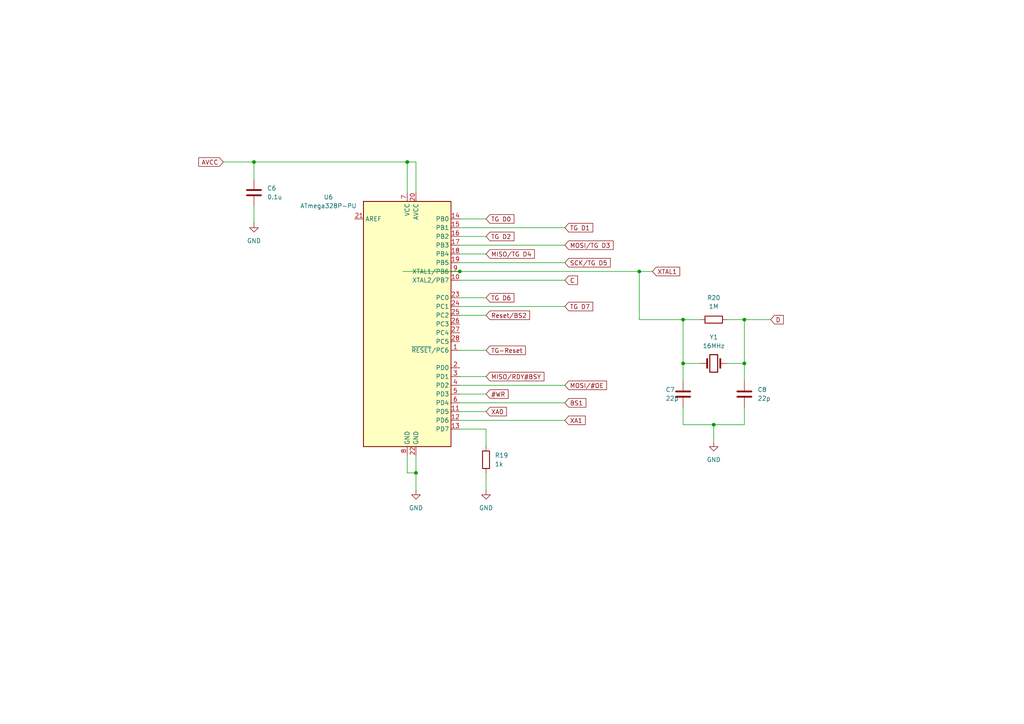
<source format=kicad_sch>
(kicad_sch (version 20231120) (generator "eeschema") (generator_version "8.0")
  (paper "A4")
  (lib_symbols
    (symbol "Device:C" (pin_numbers hide) (pin_names (offset 0.254))
      (property "Reference" "C" (at 0.635 2.54 0))
      (property "Value" "C" (at 0.635 -2.54 0))
      (symbol "C_0_1"
        (polyline (pts (xy -2.032 -0.762) (xy 2.032 -0.762)) (stroke (width 0.508)))
        (polyline (pts (xy -2.032 0.762) (xy 2.032 0.762)) (stroke (width 0.508)))
      )
      (symbol "C_1_1"
        (pin passive line (at 0 3.81 270) (length 2.794) (name "~") (number "1"))
        (pin passive line (at 0 -3.81 90) (length 2.794) (name "~") (number "2"))
      )
    )
    (symbol "Device:Crystal" (pin_numbers hide) (pin_names (offset 1.016) hide)
      (property "Reference" "Y" (at 0 3.81 0))
      (property "Value" "Crystal" (at 0 -3.81 0))
      (symbol "Crystal_0_1"
        (rectangle (start -1.143 2.54) (end 1.143 -2.54) (stroke (width 0.3048)))
        (polyline (pts (xy -2.54 0) (xy -1.905 0)))
        (polyline (pts (xy -1.905 -1.27) (xy -1.905 1.27)) (stroke (width 0.508)))
        (polyline (pts (xy 1.905 -1.27) (xy 1.905 1.27)) (stroke (width 0.508)))
        (polyline (pts (xy 2.54 0) (xy 1.905 0)))
      )
      (symbol "Crystal_1_1"
        (pin passive line (at -3.81 0 0) (length 1.27) (name "1") (number "1"))
        (pin passive line (at 3.81 0 180) (length 1.27) (name "2") (number "2"))
      )
    )
    (symbol "Device:R" (pin_numbers hide) (pin_names (offset 0))
      (property "Reference" "R" (at 2.032 0 90))
      (property "Value" "R" (at 0 0 90))
      (symbol "R_0_1"
        (rectangle (start -1.016 -2.54) (end 1.016 2.54) (stroke (width 0.254)))
      )
      (symbol "R_1_1"
        (pin passive line (at 0 3.81 270) (length 1.27) (name "~") (number "1"))
        (pin passive line (at 0 -3.81 90) (length 1.27) (name "~") (number "2"))
      )
    )
    (symbol "My_Misc:ATmega328P-PU"
      (property "Reference" "U" (at -12.7 36.83 0))
      (property "Value" "ATmega328P-PU" (at 7.62 -36.83 0))
      (symbol "ATmega328P-PU_0_1"
        (rectangle (start -12.7 -35.56) (end 12.7 35.56) (stroke (width 0.254)) (fill (type background)))
      )
      (symbol "ATmega328P-PU_1_1"
        (pin bidirectional line (at 15.24 -7.62 180) (length 2.54) (name "~{RESET}/PC6") (number "1"))
        (pin bidirectional line (at 15.24 12.7 180) (length 2.54) (name "XTAL2/PB7") (number "10"))
        (pin bidirectional line (at 15.24 -25.4 180) (length 2.54) (name "PD5") (number "11"))
        (pin bidirectional line (at 15.24 -27.94 180) (length 2.54) (name "PD6") (number "12"))
        (pin bidirectional line (at 15.24 -30.48 180) (length 2.54) (name "PD7") (number "13"))
        (pin bidirectional line (at 15.24 30.48 180) (length 2.54) (name "PB0") (number "14"))
        (pin bidirectional line (at 15.24 27.94 180) (length 2.54) (name "PB1") (number "15"))
        (pin bidirectional line (at 15.24 25.4 180) (length 2.54) (name "PB2") (number "16"))
        (pin bidirectional line (at 15.24 22.86 180) (length 2.54) (name "PB3") (number "17"))
        (pin bidirectional line (at 15.24 20.32 180) (length 2.54) (name "PB4") (number "18"))
        (pin bidirectional line (at 15.24 17.78 180) (length 2.54) (name "PB5") (number "19"))
        (pin bidirectional line (at 15.24 -12.7 180) (length 2.54) (name "PD0") (number "2"))
        (pin power_in line (at 2.54 38.1 270) (length 2.54) (name "AVCC") (number "20"))
        (pin passive line (at -15.24 30.48 0) (length 2.54) (name "AREF") (number "21"))
        (pin passive line (at 0 -38.1 90) (length 2.54) hide (name "GND") (number "22"))
        (pin power_in line (at 2.54 -38.1 90) (length 2.54) (name "GND") (number "22"))
        (pin bidirectional line (at 15.24 7.62 180) (length 2.54) (name "PC0") (number "23"))
        (pin bidirectional line (at 15.24 5.08 180) (length 2.54) (name "PC1") (number "24"))
        (pin bidirectional line (at 15.24 2.54 180) (length 2.54) (name "PC2") (number "25"))
        (pin bidirectional line (at 15.24 0 180) (length 2.54) (name "PC3") (number "26"))
        (pin bidirectional line (at 15.24 -2.54 180) (length 2.54) (name "PC4") (number "27"))
        (pin bidirectional line (at 15.24 -5.08 180) (length 2.54) (name "PC5") (number "28"))
        (pin bidirectional line (at 15.24 -15.24 180) (length 2.54) (name "PD1") (number "3"))
        (pin bidirectional line (at 15.24 -17.78 180) (length 2.54) (name "PD2") (number "4"))
        (pin bidirectional line (at 15.24 -20.32 180) (length 2.54) (name "PD3") (number "5"))
        (pin bidirectional line (at 15.24 -22.86 180) (length 2.54) (name "PD4") (number "6"))
        (pin power_in line (at 0 38.1 270) (length 2.54) (name "VCC") (number "7"))
        (pin power_in line (at 0 -38.1 90) (length 2.54) (name "GND") (number "8"))
        (pin bidirectional line (at 15.24 15.24 180) (length 2.54) (name "XTAL1/PB6") (number "9"))
      )
    )
    (symbol "power:GND" (power) (pin_numbers hide) (pin_names (offset 0) hide)
      (property "Value" "GND" (at 0 -3.81 0))
      (symbol "GND_0_1"
        (polyline (pts (xy 0 0) (xy 0 -1.27) (xy 1.27 -1.27) (xy 0 -2.54) (xy -1.27 -1.27) (xy 0 -1.27)))
      )
      (symbol "GND_1_1"
        (pin power_in line (at 0 0 270) (length 0) (name "~") (number "1"))
      )
    )
  )
  (junction (at 215.9 105.41))
  (junction (at 118.11 46.99))
  (junction (at 207.01 123.19))
  (junction (at 185.42 78.74))
  (junction (at 120.65 137.16))
  (junction (at 73.66 46.99))
  (junction (at 198.12 105.41))
  (junction (at 133.35 78.74))
  (junction (at 198.12 92.71))
  (junction (at 215.9 92.71))
  (wire (pts (xy 73.66 59.69) (xy 73.66 64.77)))
  (wire (pts (xy 73.66 46.99) (xy 73.66 52.07)))
  (wire (pts (xy 118.11 132.08) (xy 118.11 137.16)))
  (wire (pts (xy 215.9 123.19) (xy 215.9 118.11)))
  (wire (pts (xy 118.11 55.88) (xy 118.11 46.99)))
  (wire (pts (xy 215.9 105.41) (xy 215.9 92.71)))
  (wire (pts (xy 118.11 46.99) (xy 73.66 46.99)))
  (wire (pts (xy 198.12 105.41) (xy 203.2 105.41)))
  (wire (pts (xy 133.35 114.3) (xy 140.97 114.3)))
  (wire (pts (xy 133.35 86.36) (xy 140.97 86.36)))
  (wire (pts (xy 198.12 92.71) (xy 198.12 105.41)))
  (wire (pts (xy 203.2 92.71) (xy 198.12 92.71)))
  (wire (pts (xy 210.82 105.41) (xy 215.9 105.41)))
  (wire (pts (xy 116.84 78.74) (xy 133.35 78.74)))
  (wire (pts (xy 198.12 118.11) (xy 198.12 123.19)))
  (wire (pts (xy 118.11 137.16) (xy 120.65 137.16)))
  (wire (pts (xy 133.35 101.6) (xy 140.97 101.6)))
  (wire (pts (xy 185.42 78.74) (xy 185.42 92.71)))
  (wire (pts (xy 140.97 124.46) (xy 140.97 129.54)))
  (wire (pts (xy 215.9 92.71) (xy 223.52 92.71)))
  (wire (pts (xy 133.35 124.46) (xy 140.97 124.46)))
  (wire (pts (xy 133.35 109.22) (xy 140.97 109.22)))
  (wire (pts (xy 133.35 88.9) (xy 163.83 88.9)))
  (wire (pts (xy 207.01 123.19) (xy 215.9 123.19)))
  (wire (pts (xy 140.97 137.16) (xy 140.97 142.24)))
  (wire (pts (xy 133.35 78.74) (xy 185.42 78.74)))
  (wire (pts (xy 133.35 73.66) (xy 140.97 73.66)))
  (wire (pts (xy 198.12 92.71) (xy 185.42 92.71)))
  (wire (pts (xy 133.35 119.38) (xy 140.97 119.38)))
  (wire (pts (xy 198.12 105.41) (xy 198.12 110.49)))
  (wire (pts (xy 133.35 81.28) (xy 163.83 81.28)))
  (wire (pts (xy 73.66 46.99) (xy 64.77 46.99)))
  (wire (pts (xy 120.65 132.08) (xy 120.65 137.16)))
  (wire (pts (xy 185.42 78.74) (xy 189.23 78.74)))
  (wire (pts (xy 215.9 92.71) (xy 210.82 92.71)))
  (wire (pts (xy 133.35 121.92) (xy 163.83 121.92)))
  (wire (pts (xy 120.65 46.99) (xy 118.11 46.99)))
  (wire (pts (xy 198.12 123.19) (xy 207.01 123.19)))
  (wire (pts (xy 120.65 137.16) (xy 120.65 142.24)))
  (wire (pts (xy 133.35 66.04) (xy 163.83 66.04)))
  (wire (pts (xy 133.35 111.76) (xy 163.83 111.76)))
  (wire (pts (xy 133.35 71.12) (xy 163.83 71.12)))
  (wire (pts (xy 133.35 76.2) (xy 163.83 76.2)))
  (wire (pts (xy 133.35 116.84) (xy 163.83 116.84)))
  (wire (pts (xy 133.35 68.58) (xy 140.97 68.58)))
  (wire (pts (xy 207.01 123.19) (xy 207.01 128.27)))
  (wire (pts (xy 120.65 55.88) (xy 120.65 46.99)))
  (wire (pts (xy 133.35 91.44) (xy 140.97 91.44)))
  (wire (pts (xy 215.9 110.49) (xy 215.9 105.41)))
  (wire (pts (xy 133.35 63.5) (xy 140.97 63.5)))
  (global_label "XTAL1" (shape input) (at 189.23 78.74 0) (property "Intersheetrefs" "${INTERSHEET_REFS}" (effects (hide yes))))
  (global_label "MOSI{slash}#OE" (shape input) (at 163.83 111.76 0) (property "Intersheetrefs" "${INTERSHEET_REFS}" (effects (hide yes))))
  (global_label "MISO{slash}RDY#BSY" (shape input) (at 140.97 109.22 0) (property "Intersheetrefs" "${INTERSHEET_REFS}" (effects (hide yes))))
  (global_label "TG D2" (shape input) (at 140.97 68.58 0) (property "Intersheetrefs" "${INTERSHEET_REFS}" (effects (hide yes))))
  (global_label "Reset{slash}BS2" (shape input) (at 140.97 91.44 0) (property "Intersheetrefs" "${INTERSHEET_REFS}" (effects (hide yes))))
  (global_label "TG D0" (shape input) (at 140.97 63.5 0) (property "Intersheetrefs" "${INTERSHEET_REFS}" (effects (hide yes))))
  (global_label "TG-Reset" (shape input) (at 140.97 101.6 0) (property "Intersheetrefs" "${INTERSHEET_REFS}" (effects (hide yes))))
  (global_label "TG D6" (shape input) (at 140.97 86.36 0) (property "Intersheetrefs" "${INTERSHEET_REFS}" (effects (hide yes))))
  (global_label "TG D1" (shape input) (at 163.83 66.04 0) (property "Intersheetrefs" "${INTERSHEET_REFS}" (effects (hide yes))))
  (global_label "BS1" (shape input) (at 163.83 116.84 0) (property "Intersheetrefs" "${INTERSHEET_REFS}" (effects (hide yes))))
  (global_label "TG D7" (shape input) (at 163.83 88.9 0) (property "Intersheetrefs" "${INTERSHEET_REFS}" (effects (hide yes))))
  (global_label "C" (shape input) (at 163.83 81.28 0) (property "Intersheetrefs" "${INTERSHEET_REFS}" (effects (hide yes))))
  (global_label "SCK{slash}TG D5" (shape input) (at 163.83 76.2 0) (property "Intersheetrefs" "${INTERSHEET_REFS}" (effects (hide yes))))
  (global_label "AVCC" (shape input) (at 64.77 46.99 180) (property "Intersheetrefs" "${INTERSHEET_REFS}" (effects (hide yes))))
  (global_label "MISO{slash}TG D4" (shape input) (at 140.97 73.66 0) (property "Intersheetrefs" "${INTERSHEET_REFS}" (effects (hide yes))))
  (global_label "#WR" (shape input) (at 140.97 114.3 0) (property "Intersheetrefs" "${INTERSHEET_REFS}" (effects (hide yes))))
  (global_label "MOSI{slash}TG D3" (shape input) (at 163.83 71.12 0) (property "Intersheetrefs" "${INTERSHEET_REFS}" (effects (hide yes))))
  (global_label "D" (shape input) (at 223.52 92.71 0) (property "Intersheetrefs" "${INTERSHEET_REFS}" (effects (hide yes))))
  (global_label "XA0" (shape input) (at 140.97 119.38 0) (property "Intersheetrefs" "${INTERSHEET_REFS}" (effects (hide yes))))
  (global_label "XA1" (shape input) (at 163.83 121.92 0) (property "Intersheetrefs" "${INTERSHEET_REFS}" (effects (hide yes))))
  (symbol (lib_id "Device:R") (at 140.97 133.35 0) (unit 1)
    (property "Reference" "R19" (at 143.51 132.0799 0) (effects (justify left)))
    (property "Value" "1k" (at 143.51 134.6199 0) (effects (justify left)))
    (property "Footprint" "My_Misc:R_Axial_DIN0207_L6.3mm_D2.5mm_P10.16mm_Horizontal_large" (effects (hide yes)))
    (property "Description" "Resistor" (effects (hide yes)))
  )
  (symbol (lib_id "Device:C") (at 73.66 55.88 0) (unit 1)
    (property "Reference" "C6" (at 77.47 54.6099 0) (effects (justify left)))
    (property "Value" "0.1u" (at 77.47 57.1499 0) (effects (justify left)))
    (property "Footprint" "My_Misc:CP_Radial_D5.0mm_P2.50mm_larger_pads" (effects (hide yes)))
    (property "Description" "Unpolarized capacitor" (effects (hide yes)))
  )
  (symbol (lib_id "Device:C") (at 215.9 114.3 0) (unit 1)
    (property "Reference" "C8" (at 219.71 113.0299 0) (effects (justify left)))
    (property "Value" "22p" (at 219.71 115.5699 0) (effects (justify left)))
    (property "Footprint" "My_Misc:C_Disc_D3.0mm_W1.6mm_P2.50mm_larg" (effects (hide yes)))
    (property "Description" "Unpolarized capacitor" (effects (hide yes)))
  )
  (symbol (lib_id "My_Misc:ATmega328P-PU") (at 118.11 93.98 0) (unit 1)
    (property "Reference" "U6" (at 95.25 57.1814 0))
    (property "Value" "ATmega328P-PU" (at 95.25 59.7214 0))
    (property "Footprint" "My_Misc:ZIF_DIP_Socket-28_W6.9_W7.62_W7.62_W12.7_W13.5_large" (effects (hide yes)))
    (property "Datasheet" "http://ww1.microchip.com/downloads/en/DeviceDoc/ATmega328_P%20AVR%20MCU%20with%20picoPower%20Technology%20Data%20Sheet%2040001984A.pdf" (effects (hide yes)))
    (property "Description" "20MHz, 32kB Flash, 2kB SRAM, 1kB EEPROM, DIP-28" (effects (hide yes)))
  )
  (symbol (lib_id "power:GND") (at 140.97 142.24 0) (unit 1)
    (property "Reference" "#PWR034" (effects (hide yes)))
    (property "Value" "GND" (at 140.97 147.32 0))
    (property "Description" "Power symbol creates a global label with name \"GND\" , ground" (effects (hide yes)))
  )
  (symbol (lib_id "power:GND") (at 207.01 128.27 0) (unit 1)
    (property "Reference" "#PWR035" (effects (hide yes)))
    (property "Value" "GND" (at 207.01 133.35 0))
    (property "Description" "Power symbol creates a global label with name \"GND\" , ground" (effects (hide yes)))
  )
  (symbol (lib_id "Device:R") (at 207.01 92.71 90) (unit 1)
    (property "Reference" "R20" (at 207.01 86.36 90))
    (property "Value" "1M" (at 207.01 88.9 90))
    (property "Footprint" "My_Misc:R_Axial_DIN0207_L6.3mm_D2.5mm_P10.16mm_Horizontal_large" (effects (hide yes)))
    (property "Description" "Resistor" (effects (hide yes)))
  )
  (symbol (lib_id "power:GND") (at 120.65 142.24 0) (unit 1)
    (property "Reference" "#PWR033" (effects (hide yes)))
    (property "Value" "GND" (at 120.65 147.32 0))
    (property "Description" "Power symbol creates a global label with name \"GND\" , ground" (effects (hide yes)))
  )
  (symbol (lib_id "Device:C") (at 198.12 114.3 0) (unit 1)
    (property "Reference" "C7" (at 193.04 113.0299 0) (effects (justify left)))
    (property "Value" "22p" (at 193.04 115.5699 0) (effects (justify left)))
    (property "Footprint" "My_Misc:C_Disc_D3.0mm_W1.6mm_P2.50mm_larg" (effects (hide yes)))
    (property "Description" "Unpolarized capacitor" (effects (hide yes)))
  )
  (symbol (lib_id "Device:Crystal") (at 207.01 105.41 0) (unit 1)
    (property "Reference" "Y1" (at 207.01 97.79 0))
    (property "Value" "16MHz" (at 207.01 100.33 0))
    (property "Footprint" "My_Misc:Crystal_HC49-4H_Vertical_large" (effects (hide yes)))
    (property "Description" "Two pin crystal" (effects (hide yes)))
  )
  (symbol (lib_id "power:GND") (at 73.66 64.77 0) (unit 1)
    (property "Reference" "#PWR032" (effects (hide yes)))
    (property "Value" "GND" (at 73.66 69.85 0))
    (property "Description" "Power symbol creates a global label with name \"GND\" , ground" (effects (hide yes)))
  )
)
</source>
